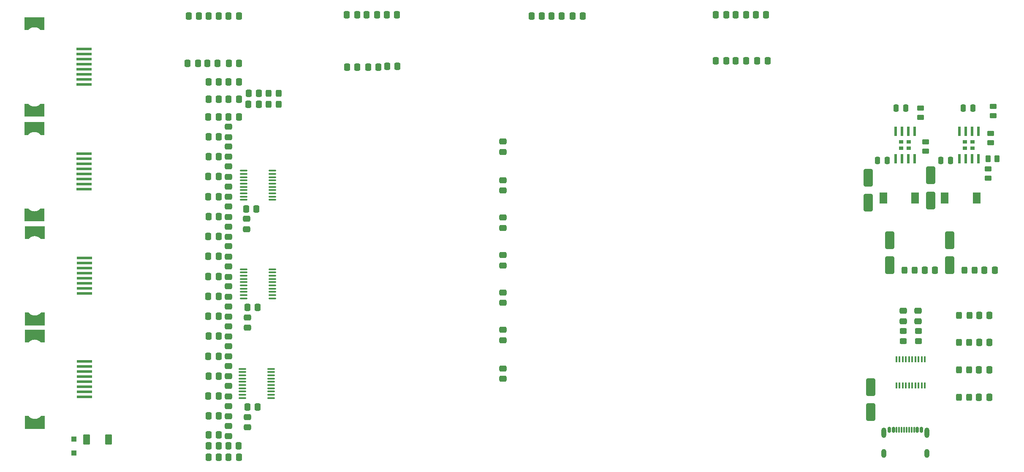
<source format=gbr>
%TF.GenerationSoftware,KiCad,Pcbnew,9.0.0*%
%TF.CreationDate,2025-03-17T17:50:44-07:00*%
%TF.ProjectId,MRIRobot_PCB,4d524952-6f62-46f7-945f-5043422e6b69,rev?*%
%TF.SameCoordinates,Original*%
%TF.FileFunction,Paste,Top*%
%TF.FilePolarity,Positive*%
%FSLAX46Y46*%
G04 Gerber Fmt 4.6, Leading zero omitted, Abs format (unit mm)*
G04 Created by KiCad (PCBNEW 9.0.0) date 2025-03-17 17:50:44*
%MOMM*%
%LPD*%
G01*
G04 APERTURE LIST*
G04 Aperture macros list*
%AMRoundRect*
0 Rectangle with rounded corners*
0 $1 Rounding radius*
0 $2 $3 $4 $5 $6 $7 $8 $9 X,Y pos of 4 corners*
0 Add a 4 corners polygon primitive as box body*
4,1,4,$2,$3,$4,$5,$6,$7,$8,$9,$2,$3,0*
0 Add four circle primitives for the rounded corners*
1,1,$1+$1,$2,$3*
1,1,$1+$1,$4,$5*
1,1,$1+$1,$6,$7*
1,1,$1+$1,$8,$9*
0 Add four rect primitives between the rounded corners*
20,1,$1+$1,$2,$3,$4,$5,0*
20,1,$1+$1,$4,$5,$6,$7,0*
20,1,$1+$1,$6,$7,$8,$9,0*
20,1,$1+$1,$8,$9,$2,$3,0*%
G04 Aperture macros list end*
%ADD10C,0.010000*%
%ADD11RoundRect,0.250000X0.325000X0.450000X-0.325000X0.450000X-0.325000X-0.450000X0.325000X-0.450000X0*%
%ADD12RoundRect,0.250000X-0.337500X-0.475000X0.337500X-0.475000X0.337500X0.475000X-0.337500X0.475000X0*%
%ADD13RoundRect,0.250000X0.475000X-0.337500X0.475000X0.337500X-0.475000X0.337500X-0.475000X-0.337500X0*%
%ADD14RoundRect,0.250000X-0.450000X0.262500X-0.450000X-0.262500X0.450000X-0.262500X0.450000X0.262500X0*%
%ADD15R,0.610000X1.910000*%
%ADD16R,0.930000X0.723000*%
%ADD17RoundRect,0.250000X0.450000X-0.262500X0.450000X0.262500X-0.450000X0.262500X-0.450000X-0.262500X0*%
%ADD18RoundRect,0.150000X-0.150000X-0.425000X0.150000X-0.425000X0.150000X0.425000X-0.150000X0.425000X0*%
%ADD19RoundRect,0.075000X-0.075000X-0.500000X0.075000X-0.500000X0.075000X0.500000X-0.075000X0.500000X0*%
%ADD20O,1.000000X2.100000*%
%ADD21O,1.000000X1.800000*%
%ADD22RoundRect,0.250000X0.337500X0.475000X-0.337500X0.475000X-0.337500X-0.475000X0.337500X-0.475000X0*%
%ADD23RoundRect,0.250000X-0.475000X0.337500X-0.475000X-0.337500X0.475000X-0.337500X0.475000X0.337500X0*%
%ADD24RoundRect,0.250000X-0.300000X0.300000X-0.300000X-0.300000X0.300000X-0.300000X0.300000X0.300000X0*%
%ADD25R,3.050000X0.610000*%
%ADD26RoundRect,0.100000X0.637500X0.100000X-0.637500X0.100000X-0.637500X-0.100000X0.637500X-0.100000X0*%
%ADD27RoundRect,0.250000X0.650000X-1.500000X0.650000X1.500000X-0.650000X1.500000X-0.650000X-1.500000X0*%
%ADD28RoundRect,0.250000X0.450000X-0.325000X0.450000X0.325000X-0.450000X0.325000X-0.450000X-0.325000X0*%
%ADD29RoundRect,0.250000X-0.650000X1.500000X-0.650000X-1.500000X0.650000X-1.500000X0.650000X1.500000X0*%
%ADD30RoundRect,0.250000X-0.262500X-0.450000X0.262500X-0.450000X0.262500X0.450000X-0.262500X0.450000X0*%
%ADD31R,1.500000X2.200000*%
%ADD32RoundRect,0.250000X-0.250000X-0.475000X0.250000X-0.475000X0.250000X0.475000X-0.250000X0.475000X0*%
%ADD33RoundRect,0.250000X0.250000X0.475000X-0.250000X0.475000X-0.250000X-0.475000X0.250000X-0.475000X0*%
%ADD34RoundRect,0.250000X-0.450000X-0.800000X0.450000X-0.800000X0.450000X0.800000X-0.450000X0.800000X0*%
%ADD35R,0.400000X1.200000*%
G04 APERTURE END LIST*
D10*
%TO.C,J33*%
X33775000Y-120690000D02*
X33090000Y-120690000D01*
X33059000Y-120654000D01*
X33026000Y-120618000D01*
X32993000Y-120584000D01*
X32958000Y-120550000D01*
X32923000Y-120518000D01*
X32886000Y-120486000D01*
X32849000Y-120456000D01*
X32811000Y-120427000D01*
X32772000Y-120399000D01*
X32732000Y-120372000D01*
X32692000Y-120346000D01*
X32651000Y-120321000D01*
X32609000Y-120298000D01*
X32566000Y-120276000D01*
X32523000Y-120255000D01*
X32479000Y-120235000D01*
X32435000Y-120217000D01*
X32390000Y-120200000D01*
X32344000Y-120184000D01*
X32298000Y-120169000D01*
X32252000Y-120156000D01*
X32206000Y-120145000D01*
X32159000Y-120134000D01*
X32112000Y-120125000D01*
X32064000Y-120117000D01*
X32017000Y-120111000D01*
X31969000Y-120106000D01*
X31921000Y-120103000D01*
X31873000Y-120101000D01*
X31825000Y-120100000D01*
X31777000Y-120101000D01*
X31729000Y-120103000D01*
X31681000Y-120106000D01*
X31633000Y-120111000D01*
X31586000Y-120117000D01*
X31538000Y-120125000D01*
X31491000Y-120134000D01*
X31444000Y-120145000D01*
X31398000Y-120156000D01*
X31352000Y-120169000D01*
X31306000Y-120184000D01*
X31260000Y-120200000D01*
X31215000Y-120217000D01*
X31171000Y-120235000D01*
X31127000Y-120255000D01*
X31084000Y-120276000D01*
X31041000Y-120298000D01*
X30999000Y-120321000D01*
X30958000Y-120346000D01*
X30918000Y-120372000D01*
X30878000Y-120399000D01*
X30839000Y-120427000D01*
X30801000Y-120456000D01*
X30764000Y-120486000D01*
X30727000Y-120518000D01*
X30692000Y-120550000D01*
X30657000Y-120584000D01*
X30624000Y-120618000D01*
X30591000Y-120654000D01*
X30560000Y-120690000D01*
X29875000Y-120690000D01*
X29875000Y-118190000D01*
X33775000Y-118190000D01*
X33775000Y-120690000D01*
G36*
X33775000Y-120690000D02*
G01*
X33090000Y-120690000D01*
X33059000Y-120654000D01*
X33026000Y-120618000D01*
X32993000Y-120584000D01*
X32958000Y-120550000D01*
X32923000Y-120518000D01*
X32886000Y-120486000D01*
X32849000Y-120456000D01*
X32811000Y-120427000D01*
X32772000Y-120399000D01*
X32732000Y-120372000D01*
X32692000Y-120346000D01*
X32651000Y-120321000D01*
X32609000Y-120298000D01*
X32566000Y-120276000D01*
X32523000Y-120255000D01*
X32479000Y-120235000D01*
X32435000Y-120217000D01*
X32390000Y-120200000D01*
X32344000Y-120184000D01*
X32298000Y-120169000D01*
X32252000Y-120156000D01*
X32206000Y-120145000D01*
X32159000Y-120134000D01*
X32112000Y-120125000D01*
X32064000Y-120117000D01*
X32017000Y-120111000D01*
X31969000Y-120106000D01*
X31921000Y-120103000D01*
X31873000Y-120101000D01*
X31825000Y-120100000D01*
X31777000Y-120101000D01*
X31729000Y-120103000D01*
X31681000Y-120106000D01*
X31633000Y-120111000D01*
X31586000Y-120117000D01*
X31538000Y-120125000D01*
X31491000Y-120134000D01*
X31444000Y-120145000D01*
X31398000Y-120156000D01*
X31352000Y-120169000D01*
X31306000Y-120184000D01*
X31260000Y-120200000D01*
X31215000Y-120217000D01*
X31171000Y-120235000D01*
X31127000Y-120255000D01*
X31084000Y-120276000D01*
X31041000Y-120298000D01*
X30999000Y-120321000D01*
X30958000Y-120346000D01*
X30918000Y-120372000D01*
X30878000Y-120399000D01*
X30839000Y-120427000D01*
X30801000Y-120456000D01*
X30764000Y-120486000D01*
X30727000Y-120518000D01*
X30692000Y-120550000D01*
X30657000Y-120584000D01*
X30624000Y-120618000D01*
X30591000Y-120654000D01*
X30560000Y-120690000D01*
X29875000Y-120690000D01*
X29875000Y-118190000D01*
X33775000Y-118190000D01*
X33775000Y-120690000D01*
G37*
X30591000Y-135546000D02*
X30624000Y-135582000D01*
X30657000Y-135616000D01*
X30692000Y-135650000D01*
X30727000Y-135682000D01*
X30764000Y-135714000D01*
X30801000Y-135744000D01*
X30839000Y-135773000D01*
X30878000Y-135801000D01*
X30918000Y-135828000D01*
X30958000Y-135854000D01*
X30999000Y-135879000D01*
X31041000Y-135902000D01*
X31084000Y-135924000D01*
X31127000Y-135945000D01*
X31171000Y-135965000D01*
X31215000Y-135983000D01*
X31260000Y-136000000D01*
X31306000Y-136016000D01*
X31352000Y-136031000D01*
X31398000Y-136044000D01*
X31444000Y-136055000D01*
X31491000Y-136066000D01*
X31538000Y-136075000D01*
X31586000Y-136083000D01*
X31633000Y-136089000D01*
X31681000Y-136094000D01*
X31729000Y-136097000D01*
X31777000Y-136099000D01*
X31825000Y-136100000D01*
X31873000Y-136099000D01*
X31921000Y-136097000D01*
X31969000Y-136094000D01*
X32017000Y-136089000D01*
X32064000Y-136083000D01*
X32112000Y-136075000D01*
X32159000Y-136066000D01*
X32206000Y-136055000D01*
X32252000Y-136044000D01*
X32298000Y-136031000D01*
X32344000Y-136016000D01*
X32390000Y-136000000D01*
X32435000Y-135983000D01*
X32479000Y-135965000D01*
X32523000Y-135945000D01*
X32566000Y-135924000D01*
X32609000Y-135902000D01*
X32651000Y-135879000D01*
X32692000Y-135854000D01*
X32732000Y-135828000D01*
X32772000Y-135801000D01*
X32811000Y-135773000D01*
X32849000Y-135744000D01*
X32886000Y-135714000D01*
X32923000Y-135682000D01*
X32958000Y-135650000D01*
X32993000Y-135616000D01*
X33026000Y-135582000D01*
X33059000Y-135546000D01*
X33090000Y-135510000D01*
X33775000Y-135510000D01*
X33775000Y-138010000D01*
X29875000Y-138010000D01*
X29875000Y-135510000D01*
X30560000Y-135510000D01*
X30591000Y-135546000D01*
G36*
X30591000Y-135546000D02*
G01*
X30624000Y-135582000D01*
X30657000Y-135616000D01*
X30692000Y-135650000D01*
X30727000Y-135682000D01*
X30764000Y-135714000D01*
X30801000Y-135744000D01*
X30839000Y-135773000D01*
X30878000Y-135801000D01*
X30918000Y-135828000D01*
X30958000Y-135854000D01*
X30999000Y-135879000D01*
X31041000Y-135902000D01*
X31084000Y-135924000D01*
X31127000Y-135945000D01*
X31171000Y-135965000D01*
X31215000Y-135983000D01*
X31260000Y-136000000D01*
X31306000Y-136016000D01*
X31352000Y-136031000D01*
X31398000Y-136044000D01*
X31444000Y-136055000D01*
X31491000Y-136066000D01*
X31538000Y-136075000D01*
X31586000Y-136083000D01*
X31633000Y-136089000D01*
X31681000Y-136094000D01*
X31729000Y-136097000D01*
X31777000Y-136099000D01*
X31825000Y-136100000D01*
X31873000Y-136099000D01*
X31921000Y-136097000D01*
X31969000Y-136094000D01*
X32017000Y-136089000D01*
X32064000Y-136083000D01*
X32112000Y-136075000D01*
X32159000Y-136066000D01*
X32206000Y-136055000D01*
X32252000Y-136044000D01*
X32298000Y-136031000D01*
X32344000Y-136016000D01*
X32390000Y-136000000D01*
X32435000Y-135983000D01*
X32479000Y-135965000D01*
X32523000Y-135945000D01*
X32566000Y-135924000D01*
X32609000Y-135902000D01*
X32651000Y-135879000D01*
X32692000Y-135854000D01*
X32732000Y-135828000D01*
X32772000Y-135801000D01*
X32811000Y-135773000D01*
X32849000Y-135744000D01*
X32886000Y-135714000D01*
X32923000Y-135682000D01*
X32958000Y-135650000D01*
X32993000Y-135616000D01*
X33026000Y-135582000D01*
X33059000Y-135546000D01*
X33090000Y-135510000D01*
X33775000Y-135510000D01*
X33775000Y-138010000D01*
X29875000Y-138010000D01*
X29875000Y-135510000D01*
X30560000Y-135510000D01*
X30591000Y-135546000D01*
G37*
%TO.C,J28*%
X33700000Y-99790000D02*
X33015000Y-99790000D01*
X32984000Y-99754000D01*
X32951000Y-99718000D01*
X32918000Y-99684000D01*
X32883000Y-99650000D01*
X32848000Y-99618000D01*
X32811000Y-99586000D01*
X32774000Y-99556000D01*
X32736000Y-99527000D01*
X32697000Y-99499000D01*
X32657000Y-99472000D01*
X32617000Y-99446000D01*
X32576000Y-99421000D01*
X32534000Y-99398000D01*
X32491000Y-99376000D01*
X32448000Y-99355000D01*
X32404000Y-99335000D01*
X32360000Y-99317000D01*
X32315000Y-99300000D01*
X32269000Y-99284000D01*
X32223000Y-99269000D01*
X32177000Y-99256000D01*
X32131000Y-99245000D01*
X32084000Y-99234000D01*
X32037000Y-99225000D01*
X31989000Y-99217000D01*
X31942000Y-99211000D01*
X31894000Y-99206000D01*
X31846000Y-99203000D01*
X31798000Y-99201000D01*
X31750000Y-99200000D01*
X31702000Y-99201000D01*
X31654000Y-99203000D01*
X31606000Y-99206000D01*
X31558000Y-99211000D01*
X31511000Y-99217000D01*
X31463000Y-99225000D01*
X31416000Y-99234000D01*
X31369000Y-99245000D01*
X31323000Y-99256000D01*
X31277000Y-99269000D01*
X31231000Y-99284000D01*
X31185000Y-99300000D01*
X31140000Y-99317000D01*
X31096000Y-99335000D01*
X31052000Y-99355000D01*
X31009000Y-99376000D01*
X30966000Y-99398000D01*
X30924000Y-99421000D01*
X30883000Y-99446000D01*
X30843000Y-99472000D01*
X30803000Y-99499000D01*
X30764000Y-99527000D01*
X30726000Y-99556000D01*
X30689000Y-99586000D01*
X30652000Y-99618000D01*
X30617000Y-99650000D01*
X30582000Y-99684000D01*
X30549000Y-99718000D01*
X30516000Y-99754000D01*
X30485000Y-99790000D01*
X29800000Y-99790000D01*
X29800000Y-97290000D01*
X33700000Y-97290000D01*
X33700000Y-99790000D01*
G36*
X33700000Y-99790000D02*
G01*
X33015000Y-99790000D01*
X32984000Y-99754000D01*
X32951000Y-99718000D01*
X32918000Y-99684000D01*
X32883000Y-99650000D01*
X32848000Y-99618000D01*
X32811000Y-99586000D01*
X32774000Y-99556000D01*
X32736000Y-99527000D01*
X32697000Y-99499000D01*
X32657000Y-99472000D01*
X32617000Y-99446000D01*
X32576000Y-99421000D01*
X32534000Y-99398000D01*
X32491000Y-99376000D01*
X32448000Y-99355000D01*
X32404000Y-99335000D01*
X32360000Y-99317000D01*
X32315000Y-99300000D01*
X32269000Y-99284000D01*
X32223000Y-99269000D01*
X32177000Y-99256000D01*
X32131000Y-99245000D01*
X32084000Y-99234000D01*
X32037000Y-99225000D01*
X31989000Y-99217000D01*
X31942000Y-99211000D01*
X31894000Y-99206000D01*
X31846000Y-99203000D01*
X31798000Y-99201000D01*
X31750000Y-99200000D01*
X31702000Y-99201000D01*
X31654000Y-99203000D01*
X31606000Y-99206000D01*
X31558000Y-99211000D01*
X31511000Y-99217000D01*
X31463000Y-99225000D01*
X31416000Y-99234000D01*
X31369000Y-99245000D01*
X31323000Y-99256000D01*
X31277000Y-99269000D01*
X31231000Y-99284000D01*
X31185000Y-99300000D01*
X31140000Y-99317000D01*
X31096000Y-99335000D01*
X31052000Y-99355000D01*
X31009000Y-99376000D01*
X30966000Y-99398000D01*
X30924000Y-99421000D01*
X30883000Y-99446000D01*
X30843000Y-99472000D01*
X30803000Y-99499000D01*
X30764000Y-99527000D01*
X30726000Y-99556000D01*
X30689000Y-99586000D01*
X30652000Y-99618000D01*
X30617000Y-99650000D01*
X30582000Y-99684000D01*
X30549000Y-99718000D01*
X30516000Y-99754000D01*
X30485000Y-99790000D01*
X29800000Y-99790000D01*
X29800000Y-97290000D01*
X33700000Y-97290000D01*
X33700000Y-99790000D01*
G37*
X30516000Y-114646000D02*
X30549000Y-114682000D01*
X30582000Y-114716000D01*
X30617000Y-114750000D01*
X30652000Y-114782000D01*
X30689000Y-114814000D01*
X30726000Y-114844000D01*
X30764000Y-114873000D01*
X30803000Y-114901000D01*
X30843000Y-114928000D01*
X30883000Y-114954000D01*
X30924000Y-114979000D01*
X30966000Y-115002000D01*
X31009000Y-115024000D01*
X31052000Y-115045000D01*
X31096000Y-115065000D01*
X31140000Y-115083000D01*
X31185000Y-115100000D01*
X31231000Y-115116000D01*
X31277000Y-115131000D01*
X31323000Y-115144000D01*
X31369000Y-115155000D01*
X31416000Y-115166000D01*
X31463000Y-115175000D01*
X31511000Y-115183000D01*
X31558000Y-115189000D01*
X31606000Y-115194000D01*
X31654000Y-115197000D01*
X31702000Y-115199000D01*
X31750000Y-115200000D01*
X31798000Y-115199000D01*
X31846000Y-115197000D01*
X31894000Y-115194000D01*
X31942000Y-115189000D01*
X31989000Y-115183000D01*
X32037000Y-115175000D01*
X32084000Y-115166000D01*
X32131000Y-115155000D01*
X32177000Y-115144000D01*
X32223000Y-115131000D01*
X32269000Y-115116000D01*
X32315000Y-115100000D01*
X32360000Y-115083000D01*
X32404000Y-115065000D01*
X32448000Y-115045000D01*
X32491000Y-115024000D01*
X32534000Y-115002000D01*
X32576000Y-114979000D01*
X32617000Y-114954000D01*
X32657000Y-114928000D01*
X32697000Y-114901000D01*
X32736000Y-114873000D01*
X32774000Y-114844000D01*
X32811000Y-114814000D01*
X32848000Y-114782000D01*
X32883000Y-114750000D01*
X32918000Y-114716000D01*
X32951000Y-114682000D01*
X32984000Y-114646000D01*
X33015000Y-114610000D01*
X33700000Y-114610000D01*
X33700000Y-117110000D01*
X29800000Y-117110000D01*
X29800000Y-114610000D01*
X30485000Y-114610000D01*
X30516000Y-114646000D01*
G36*
X30516000Y-114646000D02*
G01*
X30549000Y-114682000D01*
X30582000Y-114716000D01*
X30617000Y-114750000D01*
X30652000Y-114782000D01*
X30689000Y-114814000D01*
X30726000Y-114844000D01*
X30764000Y-114873000D01*
X30803000Y-114901000D01*
X30843000Y-114928000D01*
X30883000Y-114954000D01*
X30924000Y-114979000D01*
X30966000Y-115002000D01*
X31009000Y-115024000D01*
X31052000Y-115045000D01*
X31096000Y-115065000D01*
X31140000Y-115083000D01*
X31185000Y-115100000D01*
X31231000Y-115116000D01*
X31277000Y-115131000D01*
X31323000Y-115144000D01*
X31369000Y-115155000D01*
X31416000Y-115166000D01*
X31463000Y-115175000D01*
X31511000Y-115183000D01*
X31558000Y-115189000D01*
X31606000Y-115194000D01*
X31654000Y-115197000D01*
X31702000Y-115199000D01*
X31750000Y-115200000D01*
X31798000Y-115199000D01*
X31846000Y-115197000D01*
X31894000Y-115194000D01*
X31942000Y-115189000D01*
X31989000Y-115183000D01*
X32037000Y-115175000D01*
X32084000Y-115166000D01*
X32131000Y-115155000D01*
X32177000Y-115144000D01*
X32223000Y-115131000D01*
X32269000Y-115116000D01*
X32315000Y-115100000D01*
X32360000Y-115083000D01*
X32404000Y-115065000D01*
X32448000Y-115045000D01*
X32491000Y-115024000D01*
X32534000Y-115002000D01*
X32576000Y-114979000D01*
X32617000Y-114954000D01*
X32657000Y-114928000D01*
X32697000Y-114901000D01*
X32736000Y-114873000D01*
X32774000Y-114844000D01*
X32811000Y-114814000D01*
X32848000Y-114782000D01*
X32883000Y-114750000D01*
X32918000Y-114716000D01*
X32951000Y-114682000D01*
X32984000Y-114646000D01*
X33015000Y-114610000D01*
X33700000Y-114610000D01*
X33700000Y-117110000D01*
X29800000Y-117110000D01*
X29800000Y-114610000D01*
X30485000Y-114610000D01*
X30516000Y-114646000D01*
G37*
%TO.C,J32*%
X33700000Y-78790000D02*
X33015000Y-78790000D01*
X32984000Y-78754000D01*
X32951000Y-78718000D01*
X32918000Y-78684000D01*
X32883000Y-78650000D01*
X32848000Y-78618000D01*
X32811000Y-78586000D01*
X32774000Y-78556000D01*
X32736000Y-78527000D01*
X32697000Y-78499000D01*
X32657000Y-78472000D01*
X32617000Y-78446000D01*
X32576000Y-78421000D01*
X32534000Y-78398000D01*
X32491000Y-78376000D01*
X32448000Y-78355000D01*
X32404000Y-78335000D01*
X32360000Y-78317000D01*
X32315000Y-78300000D01*
X32269000Y-78284000D01*
X32223000Y-78269000D01*
X32177000Y-78256000D01*
X32131000Y-78245000D01*
X32084000Y-78234000D01*
X32037000Y-78225000D01*
X31989000Y-78217000D01*
X31942000Y-78211000D01*
X31894000Y-78206000D01*
X31846000Y-78203000D01*
X31798000Y-78201000D01*
X31750000Y-78200000D01*
X31702000Y-78201000D01*
X31654000Y-78203000D01*
X31606000Y-78206000D01*
X31558000Y-78211000D01*
X31511000Y-78217000D01*
X31463000Y-78225000D01*
X31416000Y-78234000D01*
X31369000Y-78245000D01*
X31323000Y-78256000D01*
X31277000Y-78269000D01*
X31231000Y-78284000D01*
X31185000Y-78300000D01*
X31140000Y-78317000D01*
X31096000Y-78335000D01*
X31052000Y-78355000D01*
X31009000Y-78376000D01*
X30966000Y-78398000D01*
X30924000Y-78421000D01*
X30883000Y-78446000D01*
X30843000Y-78472000D01*
X30803000Y-78499000D01*
X30764000Y-78527000D01*
X30726000Y-78556000D01*
X30689000Y-78586000D01*
X30652000Y-78618000D01*
X30617000Y-78650000D01*
X30582000Y-78684000D01*
X30549000Y-78718000D01*
X30516000Y-78754000D01*
X30485000Y-78790000D01*
X29800000Y-78790000D01*
X29800000Y-76290000D01*
X33700000Y-76290000D01*
X33700000Y-78790000D01*
G36*
X33700000Y-78790000D02*
G01*
X33015000Y-78790000D01*
X32984000Y-78754000D01*
X32951000Y-78718000D01*
X32918000Y-78684000D01*
X32883000Y-78650000D01*
X32848000Y-78618000D01*
X32811000Y-78586000D01*
X32774000Y-78556000D01*
X32736000Y-78527000D01*
X32697000Y-78499000D01*
X32657000Y-78472000D01*
X32617000Y-78446000D01*
X32576000Y-78421000D01*
X32534000Y-78398000D01*
X32491000Y-78376000D01*
X32448000Y-78355000D01*
X32404000Y-78335000D01*
X32360000Y-78317000D01*
X32315000Y-78300000D01*
X32269000Y-78284000D01*
X32223000Y-78269000D01*
X32177000Y-78256000D01*
X32131000Y-78245000D01*
X32084000Y-78234000D01*
X32037000Y-78225000D01*
X31989000Y-78217000D01*
X31942000Y-78211000D01*
X31894000Y-78206000D01*
X31846000Y-78203000D01*
X31798000Y-78201000D01*
X31750000Y-78200000D01*
X31702000Y-78201000D01*
X31654000Y-78203000D01*
X31606000Y-78206000D01*
X31558000Y-78211000D01*
X31511000Y-78217000D01*
X31463000Y-78225000D01*
X31416000Y-78234000D01*
X31369000Y-78245000D01*
X31323000Y-78256000D01*
X31277000Y-78269000D01*
X31231000Y-78284000D01*
X31185000Y-78300000D01*
X31140000Y-78317000D01*
X31096000Y-78335000D01*
X31052000Y-78355000D01*
X31009000Y-78376000D01*
X30966000Y-78398000D01*
X30924000Y-78421000D01*
X30883000Y-78446000D01*
X30843000Y-78472000D01*
X30803000Y-78499000D01*
X30764000Y-78527000D01*
X30726000Y-78556000D01*
X30689000Y-78586000D01*
X30652000Y-78618000D01*
X30617000Y-78650000D01*
X30582000Y-78684000D01*
X30549000Y-78718000D01*
X30516000Y-78754000D01*
X30485000Y-78790000D01*
X29800000Y-78790000D01*
X29800000Y-76290000D01*
X33700000Y-76290000D01*
X33700000Y-78790000D01*
G37*
X30516000Y-93646000D02*
X30549000Y-93682000D01*
X30582000Y-93716000D01*
X30617000Y-93750000D01*
X30652000Y-93782000D01*
X30689000Y-93814000D01*
X30726000Y-93844000D01*
X30764000Y-93873000D01*
X30803000Y-93901000D01*
X30843000Y-93928000D01*
X30883000Y-93954000D01*
X30924000Y-93979000D01*
X30966000Y-94002000D01*
X31009000Y-94024000D01*
X31052000Y-94045000D01*
X31096000Y-94065000D01*
X31140000Y-94083000D01*
X31185000Y-94100000D01*
X31231000Y-94116000D01*
X31277000Y-94131000D01*
X31323000Y-94144000D01*
X31369000Y-94155000D01*
X31416000Y-94166000D01*
X31463000Y-94175000D01*
X31511000Y-94183000D01*
X31558000Y-94189000D01*
X31606000Y-94194000D01*
X31654000Y-94197000D01*
X31702000Y-94199000D01*
X31750000Y-94200000D01*
X31798000Y-94199000D01*
X31846000Y-94197000D01*
X31894000Y-94194000D01*
X31942000Y-94189000D01*
X31989000Y-94183000D01*
X32037000Y-94175000D01*
X32084000Y-94166000D01*
X32131000Y-94155000D01*
X32177000Y-94144000D01*
X32223000Y-94131000D01*
X32269000Y-94116000D01*
X32315000Y-94100000D01*
X32360000Y-94083000D01*
X32404000Y-94065000D01*
X32448000Y-94045000D01*
X32491000Y-94024000D01*
X32534000Y-94002000D01*
X32576000Y-93979000D01*
X32617000Y-93954000D01*
X32657000Y-93928000D01*
X32697000Y-93901000D01*
X32736000Y-93873000D01*
X32774000Y-93844000D01*
X32811000Y-93814000D01*
X32848000Y-93782000D01*
X32883000Y-93750000D01*
X32918000Y-93716000D01*
X32951000Y-93682000D01*
X32984000Y-93646000D01*
X33015000Y-93610000D01*
X33700000Y-93610000D01*
X33700000Y-96110000D01*
X29800000Y-96110000D01*
X29800000Y-93610000D01*
X30485000Y-93610000D01*
X30516000Y-93646000D01*
G36*
X30516000Y-93646000D02*
G01*
X30549000Y-93682000D01*
X30582000Y-93716000D01*
X30617000Y-93750000D01*
X30652000Y-93782000D01*
X30689000Y-93814000D01*
X30726000Y-93844000D01*
X30764000Y-93873000D01*
X30803000Y-93901000D01*
X30843000Y-93928000D01*
X30883000Y-93954000D01*
X30924000Y-93979000D01*
X30966000Y-94002000D01*
X31009000Y-94024000D01*
X31052000Y-94045000D01*
X31096000Y-94065000D01*
X31140000Y-94083000D01*
X31185000Y-94100000D01*
X31231000Y-94116000D01*
X31277000Y-94131000D01*
X31323000Y-94144000D01*
X31369000Y-94155000D01*
X31416000Y-94166000D01*
X31463000Y-94175000D01*
X31511000Y-94183000D01*
X31558000Y-94189000D01*
X31606000Y-94194000D01*
X31654000Y-94197000D01*
X31702000Y-94199000D01*
X31750000Y-94200000D01*
X31798000Y-94199000D01*
X31846000Y-94197000D01*
X31894000Y-94194000D01*
X31942000Y-94189000D01*
X31989000Y-94183000D01*
X32037000Y-94175000D01*
X32084000Y-94166000D01*
X32131000Y-94155000D01*
X32177000Y-94144000D01*
X32223000Y-94131000D01*
X32269000Y-94116000D01*
X32315000Y-94100000D01*
X32360000Y-94083000D01*
X32404000Y-94065000D01*
X32448000Y-94045000D01*
X32491000Y-94024000D01*
X32534000Y-94002000D01*
X32576000Y-93979000D01*
X32617000Y-93954000D01*
X32657000Y-93928000D01*
X32697000Y-93901000D01*
X32736000Y-93873000D01*
X32774000Y-93844000D01*
X32811000Y-93814000D01*
X32848000Y-93782000D01*
X32883000Y-93750000D01*
X32918000Y-93716000D01*
X32951000Y-93682000D01*
X32984000Y-93646000D01*
X33015000Y-93610000D01*
X33700000Y-93610000D01*
X33700000Y-96110000D01*
X29800000Y-96110000D01*
X29800000Y-93610000D01*
X30485000Y-93610000D01*
X30516000Y-93646000D01*
G37*
%TO.C,J34*%
X33775000Y-141440000D02*
X33090000Y-141440000D01*
X33059000Y-141404000D01*
X33026000Y-141368000D01*
X32993000Y-141334000D01*
X32958000Y-141300000D01*
X32923000Y-141268000D01*
X32886000Y-141236000D01*
X32849000Y-141206000D01*
X32811000Y-141177000D01*
X32772000Y-141149000D01*
X32732000Y-141122000D01*
X32692000Y-141096000D01*
X32651000Y-141071000D01*
X32609000Y-141048000D01*
X32566000Y-141026000D01*
X32523000Y-141005000D01*
X32479000Y-140985000D01*
X32435000Y-140967000D01*
X32390000Y-140950000D01*
X32344000Y-140934000D01*
X32298000Y-140919000D01*
X32252000Y-140906000D01*
X32206000Y-140895000D01*
X32159000Y-140884000D01*
X32112000Y-140875000D01*
X32064000Y-140867000D01*
X32017000Y-140861000D01*
X31969000Y-140856000D01*
X31921000Y-140853000D01*
X31873000Y-140851000D01*
X31825000Y-140850000D01*
X31777000Y-140851000D01*
X31729000Y-140853000D01*
X31681000Y-140856000D01*
X31633000Y-140861000D01*
X31586000Y-140867000D01*
X31538000Y-140875000D01*
X31491000Y-140884000D01*
X31444000Y-140895000D01*
X31398000Y-140906000D01*
X31352000Y-140919000D01*
X31306000Y-140934000D01*
X31260000Y-140950000D01*
X31215000Y-140967000D01*
X31171000Y-140985000D01*
X31127000Y-141005000D01*
X31084000Y-141026000D01*
X31041000Y-141048000D01*
X30999000Y-141071000D01*
X30958000Y-141096000D01*
X30918000Y-141122000D01*
X30878000Y-141149000D01*
X30839000Y-141177000D01*
X30801000Y-141206000D01*
X30764000Y-141236000D01*
X30727000Y-141268000D01*
X30692000Y-141300000D01*
X30657000Y-141334000D01*
X30624000Y-141368000D01*
X30591000Y-141404000D01*
X30560000Y-141440000D01*
X29875000Y-141440000D01*
X29875000Y-138940000D01*
X33775000Y-138940000D01*
X33775000Y-141440000D01*
G36*
X33775000Y-141440000D02*
G01*
X33090000Y-141440000D01*
X33059000Y-141404000D01*
X33026000Y-141368000D01*
X32993000Y-141334000D01*
X32958000Y-141300000D01*
X32923000Y-141268000D01*
X32886000Y-141236000D01*
X32849000Y-141206000D01*
X32811000Y-141177000D01*
X32772000Y-141149000D01*
X32732000Y-141122000D01*
X32692000Y-141096000D01*
X32651000Y-141071000D01*
X32609000Y-141048000D01*
X32566000Y-141026000D01*
X32523000Y-141005000D01*
X32479000Y-140985000D01*
X32435000Y-140967000D01*
X32390000Y-140950000D01*
X32344000Y-140934000D01*
X32298000Y-140919000D01*
X32252000Y-140906000D01*
X32206000Y-140895000D01*
X32159000Y-140884000D01*
X32112000Y-140875000D01*
X32064000Y-140867000D01*
X32017000Y-140861000D01*
X31969000Y-140856000D01*
X31921000Y-140853000D01*
X31873000Y-140851000D01*
X31825000Y-140850000D01*
X31777000Y-140851000D01*
X31729000Y-140853000D01*
X31681000Y-140856000D01*
X31633000Y-140861000D01*
X31586000Y-140867000D01*
X31538000Y-140875000D01*
X31491000Y-140884000D01*
X31444000Y-140895000D01*
X31398000Y-140906000D01*
X31352000Y-140919000D01*
X31306000Y-140934000D01*
X31260000Y-140950000D01*
X31215000Y-140967000D01*
X31171000Y-140985000D01*
X31127000Y-141005000D01*
X31084000Y-141026000D01*
X31041000Y-141048000D01*
X30999000Y-141071000D01*
X30958000Y-141096000D01*
X30918000Y-141122000D01*
X30878000Y-141149000D01*
X30839000Y-141177000D01*
X30801000Y-141206000D01*
X30764000Y-141236000D01*
X30727000Y-141268000D01*
X30692000Y-141300000D01*
X30657000Y-141334000D01*
X30624000Y-141368000D01*
X30591000Y-141404000D01*
X30560000Y-141440000D01*
X29875000Y-141440000D01*
X29875000Y-138940000D01*
X33775000Y-138940000D01*
X33775000Y-141440000D01*
G37*
X30591000Y-156296000D02*
X30624000Y-156332000D01*
X30657000Y-156366000D01*
X30692000Y-156400000D01*
X30727000Y-156432000D01*
X30764000Y-156464000D01*
X30801000Y-156494000D01*
X30839000Y-156523000D01*
X30878000Y-156551000D01*
X30918000Y-156578000D01*
X30958000Y-156604000D01*
X30999000Y-156629000D01*
X31041000Y-156652000D01*
X31084000Y-156674000D01*
X31127000Y-156695000D01*
X31171000Y-156715000D01*
X31215000Y-156733000D01*
X31260000Y-156750000D01*
X31306000Y-156766000D01*
X31352000Y-156781000D01*
X31398000Y-156794000D01*
X31444000Y-156805000D01*
X31491000Y-156816000D01*
X31538000Y-156825000D01*
X31586000Y-156833000D01*
X31633000Y-156839000D01*
X31681000Y-156844000D01*
X31729000Y-156847000D01*
X31777000Y-156849000D01*
X31825000Y-156850000D01*
X31873000Y-156849000D01*
X31921000Y-156847000D01*
X31969000Y-156844000D01*
X32017000Y-156839000D01*
X32064000Y-156833000D01*
X32112000Y-156825000D01*
X32159000Y-156816000D01*
X32206000Y-156805000D01*
X32252000Y-156794000D01*
X32298000Y-156781000D01*
X32344000Y-156766000D01*
X32390000Y-156750000D01*
X32435000Y-156733000D01*
X32479000Y-156715000D01*
X32523000Y-156695000D01*
X32566000Y-156674000D01*
X32609000Y-156652000D01*
X32651000Y-156629000D01*
X32692000Y-156604000D01*
X32732000Y-156578000D01*
X32772000Y-156551000D01*
X32811000Y-156523000D01*
X32849000Y-156494000D01*
X32886000Y-156464000D01*
X32923000Y-156432000D01*
X32958000Y-156400000D01*
X32993000Y-156366000D01*
X33026000Y-156332000D01*
X33059000Y-156296000D01*
X33090000Y-156260000D01*
X33775000Y-156260000D01*
X33775000Y-158760000D01*
X29875000Y-158760000D01*
X29875000Y-156260000D01*
X30560000Y-156260000D01*
X30591000Y-156296000D01*
G36*
X30591000Y-156296000D02*
G01*
X30624000Y-156332000D01*
X30657000Y-156366000D01*
X30692000Y-156400000D01*
X30727000Y-156432000D01*
X30764000Y-156464000D01*
X30801000Y-156494000D01*
X30839000Y-156523000D01*
X30878000Y-156551000D01*
X30918000Y-156578000D01*
X30958000Y-156604000D01*
X30999000Y-156629000D01*
X31041000Y-156652000D01*
X31084000Y-156674000D01*
X31127000Y-156695000D01*
X31171000Y-156715000D01*
X31215000Y-156733000D01*
X31260000Y-156750000D01*
X31306000Y-156766000D01*
X31352000Y-156781000D01*
X31398000Y-156794000D01*
X31444000Y-156805000D01*
X31491000Y-156816000D01*
X31538000Y-156825000D01*
X31586000Y-156833000D01*
X31633000Y-156839000D01*
X31681000Y-156844000D01*
X31729000Y-156847000D01*
X31777000Y-156849000D01*
X31825000Y-156850000D01*
X31873000Y-156849000D01*
X31921000Y-156847000D01*
X31969000Y-156844000D01*
X32017000Y-156839000D01*
X32064000Y-156833000D01*
X32112000Y-156825000D01*
X32159000Y-156816000D01*
X32206000Y-156805000D01*
X32252000Y-156794000D01*
X32298000Y-156781000D01*
X32344000Y-156766000D01*
X32390000Y-156750000D01*
X32435000Y-156733000D01*
X32479000Y-156715000D01*
X32523000Y-156695000D01*
X32566000Y-156674000D01*
X32609000Y-156652000D01*
X32651000Y-156629000D01*
X32692000Y-156604000D01*
X32732000Y-156578000D01*
X32772000Y-156551000D01*
X32811000Y-156523000D01*
X32849000Y-156494000D01*
X32886000Y-156464000D01*
X32923000Y-156432000D01*
X32958000Y-156400000D01*
X32993000Y-156366000D01*
X33026000Y-156332000D01*
X33059000Y-156296000D01*
X33090000Y-156260000D01*
X33775000Y-156260000D01*
X33775000Y-158760000D01*
X29875000Y-158760000D01*
X29875000Y-156260000D01*
X30560000Y-156260000D01*
X30591000Y-156296000D01*
G37*
%TD*%
D11*
%TO.C,D113*%
X78725000Y-93750000D03*
X80775000Y-93750000D03*
%TD*%
D12*
%TO.C,R87*%
X74712500Y-93750000D03*
X76787500Y-93750000D03*
%TD*%
%TO.C,R86*%
X74762500Y-91500000D03*
X76837500Y-91500000D03*
%TD*%
D11*
%TO.C,D112*%
X80800000Y-91500000D03*
X78750000Y-91500000D03*
%TD*%
D13*
%TO.C,R53*%
X125750000Y-141037500D03*
X125750000Y-138962500D03*
%TD*%
%TO.C,C32*%
X70750000Y-128325000D03*
X70750000Y-126250000D03*
%TD*%
D12*
%TO.C,C25*%
X70675000Y-162250000D03*
X72750000Y-162250000D03*
%TD*%
D14*
%TO.C,R58*%
X224000000Y-94175000D03*
X224000000Y-96000000D03*
%TD*%
D12*
%TO.C,C22*%
X70750000Y-89250000D03*
X72825000Y-89250000D03*
%TD*%
D15*
%TO.C,U4*%
X204460000Y-104677500D03*
X205730000Y-104677500D03*
X207000000Y-104677500D03*
X208270000Y-104677500D03*
X208270000Y-99117500D03*
X207000000Y-99117500D03*
X205730000Y-99117500D03*
X204460000Y-99117500D03*
D16*
X205590000Y-102500000D03*
X207140000Y-102500000D03*
X205590000Y-101295000D03*
X207140000Y-101295000D03*
%TD*%
D17*
%TO.C,R63*%
X223000000Y-108530000D03*
X223000000Y-106705000D03*
%TD*%
D12*
%TO.C,R8*%
X66675000Y-96250000D03*
X68750000Y-96250000D03*
%TD*%
%TO.C,R73*%
X102425000Y-75750000D03*
X104500000Y-75750000D03*
%TD*%
D18*
%TO.C,J4*%
X203222500Y-158995000D03*
X204022500Y-158995000D03*
D19*
X205172500Y-158995000D03*
X206172500Y-158995000D03*
X206672500Y-158995000D03*
X207672500Y-158995000D03*
D18*
X208822500Y-158995000D03*
X209622500Y-158995000D03*
X209622500Y-158995000D03*
X208822500Y-158995000D03*
D19*
X208172500Y-158995000D03*
X207172500Y-158995000D03*
X205672500Y-158995000D03*
X204672500Y-158995000D03*
D18*
X204022500Y-158995000D03*
X203222500Y-158995000D03*
D20*
X202102500Y-159570000D03*
D21*
X202102500Y-163750000D03*
D20*
X210742500Y-159570000D03*
D21*
X210742500Y-163750000D03*
%TD*%
D13*
%TO.C,R3*%
X74537500Y-158512500D03*
X74537500Y-156437500D03*
%TD*%
D11*
%TO.C,D7*%
X220317621Y-127000000D03*
X218267621Y-127000000D03*
%TD*%
D12*
%TO.C,R69*%
X222292621Y-127040000D03*
X224367621Y-127040000D03*
%TD*%
D22*
%TO.C,R76*%
X68547500Y-85500000D03*
X66472500Y-85500000D03*
%TD*%
D12*
%TO.C,R12*%
X66712500Y-162250000D03*
X68787500Y-162250000D03*
%TD*%
%TO.C,R27*%
X66712500Y-156250000D03*
X68787500Y-156250000D03*
%TD*%
%TO.C,R31*%
X66712500Y-164500000D03*
X68787500Y-164500000D03*
%TD*%
%TO.C,C17*%
X74250000Y-114725000D03*
X76325000Y-114725000D03*
%TD*%
D22*
%TO.C,C7*%
X170500000Y-75750000D03*
X168425000Y-75750000D03*
%TD*%
D12*
%TO.C,R55*%
X176712500Y-85000000D03*
X178787500Y-85000000D03*
%TD*%
D23*
%TO.C,R5*%
X209007500Y-135175000D03*
X209007500Y-137250000D03*
%TD*%
D22*
%TO.C,C14*%
X96500000Y-75750000D03*
X94425000Y-75750000D03*
%TD*%
D12*
%TO.C,R61*%
X176425000Y-75750000D03*
X178500000Y-75750000D03*
%TD*%
%TO.C,R20*%
X66675000Y-112250000D03*
X68750000Y-112250000D03*
%TD*%
D13*
%TO.C,R47*%
X125750000Y-103287500D03*
X125750000Y-101212500D03*
%TD*%
D24*
%TO.C,D110*%
X39750000Y-160850000D03*
X39750000Y-163650000D03*
%TD*%
D12*
%TO.C,C19*%
X74500000Y-154475000D03*
X76575000Y-154475000D03*
%TD*%
D15*
%TO.C,U5*%
X217230000Y-104677500D03*
X218500000Y-104677500D03*
X219770000Y-104677500D03*
X221040000Y-104677500D03*
X221040000Y-99117500D03*
X219770000Y-99117500D03*
X218500000Y-99117500D03*
X217230000Y-99117500D03*
D16*
X218360000Y-102500000D03*
X219910000Y-102500000D03*
X218360000Y-101295000D03*
X219910000Y-101295000D03*
%TD*%
D25*
%TO.C,J33*%
X41805000Y-131670000D03*
X41805000Y-130650000D03*
X41805000Y-129630000D03*
X41805000Y-128610000D03*
X41805000Y-127590000D03*
X41805000Y-126570000D03*
X41805000Y-125550000D03*
X41805000Y-124530000D03*
%TD*%
D22*
%TO.C,R60*%
X174500000Y-75750000D03*
X172425000Y-75750000D03*
%TD*%
D12*
%TO.C,R23*%
X66675000Y-128250000D03*
X68750000Y-128250000D03*
%TD*%
D13*
%TO.C,C33*%
X70750000Y-132325000D03*
X70750000Y-130250000D03*
%TD*%
D12*
%TO.C,R68*%
X210292621Y-127000000D03*
X212367621Y-127000000D03*
%TD*%
D25*
%TO.C,J28*%
X41730000Y-110770000D03*
X41730000Y-109750000D03*
X41730000Y-108730000D03*
X41730000Y-107710000D03*
X41730000Y-106690000D03*
X41730000Y-105670000D03*
X41730000Y-104650000D03*
X41730000Y-103630000D03*
%TD*%
D26*
%TO.C,U8*%
X79225000Y-152650000D03*
X79225000Y-152000000D03*
X79225000Y-151350000D03*
X79225000Y-150700000D03*
X79225000Y-150050000D03*
X79225000Y-149400000D03*
X79225000Y-148750000D03*
X79225000Y-148100000D03*
X79225000Y-147450000D03*
X79225000Y-146800000D03*
X73500000Y-146800000D03*
X73500000Y-147450000D03*
X73500000Y-148100000D03*
X73500000Y-148750000D03*
X73500000Y-149400000D03*
X73500000Y-150050000D03*
X73500000Y-150700000D03*
X73500000Y-151350000D03*
X73500000Y-152000000D03*
X73500000Y-152650000D03*
%TD*%
D27*
%TO.C,D4*%
X203317621Y-126000000D03*
X203317621Y-121000000D03*
%TD*%
D13*
%TO.C,C36*%
X70750000Y-156325000D03*
X70750000Y-154250000D03*
%TD*%
D25*
%TO.C,J32*%
X41730000Y-89770000D03*
X41730000Y-88750000D03*
X41730000Y-87730000D03*
X41730000Y-86710000D03*
X41730000Y-85690000D03*
X41730000Y-84670000D03*
X41730000Y-83650000D03*
X41730000Y-82630000D03*
%TD*%
D28*
%TO.C,D14*%
X209047500Y-141250000D03*
X209047500Y-139200000D03*
%TD*%
D29*
%TO.C,D1*%
X199500000Y-150500000D03*
X199500000Y-155500000D03*
%TD*%
D12*
%TO.C,R26*%
X66675000Y-144250000D03*
X68750000Y-144250000D03*
%TD*%
D22*
%TO.C,R66*%
X100787500Y-86250000D03*
X98712500Y-86250000D03*
%TD*%
%TO.C,C12*%
X133537500Y-76000000D03*
X131462500Y-76000000D03*
%TD*%
D14*
%TO.C,R56*%
X209500000Y-94500000D03*
X209500000Y-96325000D03*
%TD*%
D30*
%TO.C,R62*%
X223000000Y-104617500D03*
X224825000Y-104617500D03*
%TD*%
D13*
%TO.C,C34*%
X70750000Y-124287500D03*
X70750000Y-122212500D03*
%TD*%
D12*
%TO.C,R28*%
X66712500Y-160000000D03*
X68787500Y-160000000D03*
%TD*%
D27*
%TO.C,D5*%
X215317621Y-126000000D03*
X215317621Y-121000000D03*
%TD*%
D14*
%TO.C,R57*%
X210500000Y-101292500D03*
X210500000Y-103117500D03*
%TD*%
D11*
%TO.C,D9*%
X219250000Y-147000000D03*
X217200000Y-147000000D03*
%TD*%
D12*
%TO.C,R17*%
X66712500Y-100250000D03*
X68787500Y-100250000D03*
%TD*%
D13*
%TO.C,C29*%
X70750000Y-116325000D03*
X70750000Y-114250000D03*
%TD*%
%TO.C,C31*%
X70750000Y-112287500D03*
X70750000Y-110212500D03*
%TD*%
D12*
%TO.C,R74*%
X221212500Y-136110661D03*
X223287500Y-136110661D03*
%TD*%
%TO.C,R19*%
X66675000Y-120250000D03*
X68750000Y-120250000D03*
%TD*%
D22*
%TO.C,R77*%
X72862500Y-85500000D03*
X70787500Y-85500000D03*
%TD*%
%TO.C,C16*%
X64787500Y-76000000D03*
X62712500Y-76000000D03*
%TD*%
D11*
%TO.C,D11*%
X219250000Y-152500000D03*
X217200000Y-152500000D03*
%TD*%
D12*
%TO.C,R70*%
X221212500Y-141500000D03*
X223287500Y-141500000D03*
%TD*%
D22*
%TO.C,R64*%
X137537500Y-76000000D03*
X135462500Y-76000000D03*
%TD*%
%TO.C,R78*%
X68787500Y-76000000D03*
X66712500Y-76000000D03*
%TD*%
D12*
%TO.C,R7*%
X66712500Y-92750000D03*
X68787500Y-92750000D03*
%TD*%
D31*
%TO.C,L1*%
X202000000Y-112500000D03*
X208400000Y-112500000D03*
%TD*%
D32*
%TO.C,C5*%
X218050000Y-94500000D03*
X219950000Y-94500000D03*
%TD*%
D13*
%TO.C,R52*%
X125750000Y-126037500D03*
X125750000Y-123962500D03*
%TD*%
D26*
%TO.C,U6*%
X79475000Y-112900000D03*
X79475000Y-112250000D03*
X79475000Y-111600000D03*
X79475000Y-110950000D03*
X79475000Y-110300000D03*
X79475000Y-109650000D03*
X79475000Y-109000000D03*
X79475000Y-108350000D03*
X79475000Y-107700000D03*
X79475000Y-107050000D03*
X73750000Y-107050000D03*
X73750000Y-107700000D03*
X73750000Y-108350000D03*
X73750000Y-109000000D03*
X73750000Y-109650000D03*
X73750000Y-110300000D03*
X73750000Y-110950000D03*
X73750000Y-111600000D03*
X73750000Y-112250000D03*
X73750000Y-112900000D03*
%TD*%
D13*
%TO.C,C26*%
X70750000Y-104250000D03*
X70750000Y-102175000D03*
%TD*%
D12*
%TO.C,R24*%
X66675000Y-132250000D03*
X68750000Y-132250000D03*
%TD*%
D13*
%TO.C,R1*%
X74325000Y-118762500D03*
X74325000Y-116687500D03*
%TD*%
%TO.C,C23*%
X70750000Y-140325000D03*
X70750000Y-138250000D03*
%TD*%
D33*
%TO.C,C9*%
X215450000Y-105000000D03*
X213550000Y-105000000D03*
%TD*%
D27*
%TO.C,D2*%
X199000000Y-113500000D03*
X199000000Y-108500000D03*
%TD*%
D13*
%TO.C,R2*%
X74537500Y-138537500D03*
X74537500Y-136462500D03*
%TD*%
D23*
%TO.C,R4*%
X205992500Y-135175000D03*
X205992500Y-137250000D03*
%TD*%
D13*
%TO.C,C39*%
X70750000Y-148287500D03*
X70750000Y-146212500D03*
%TD*%
D26*
%TO.C,U7*%
X79475000Y-132650000D03*
X79475000Y-132000000D03*
X79475000Y-131350000D03*
X79475000Y-130700000D03*
X79475000Y-130050000D03*
X79475000Y-129400000D03*
X79475000Y-128750000D03*
X79475000Y-128100000D03*
X79475000Y-127450000D03*
X79475000Y-126800000D03*
X73750000Y-126800000D03*
X73750000Y-127450000D03*
X73750000Y-128100000D03*
X73750000Y-128750000D03*
X73750000Y-129400000D03*
X73750000Y-130050000D03*
X73750000Y-130700000D03*
X73750000Y-131350000D03*
X73750000Y-132000000D03*
X73750000Y-132650000D03*
%TD*%
D22*
%TO.C,C6*%
X170500000Y-85000000D03*
X168425000Y-85000000D03*
%TD*%
D12*
%TO.C,R29*%
X66675000Y-136250000D03*
X68750000Y-136250000D03*
%TD*%
%TO.C,R75*%
X221187500Y-152460000D03*
X223262500Y-152460000D03*
%TD*%
%TO.C,R79*%
X70712500Y-76000000D03*
X72787500Y-76000000D03*
%TD*%
D27*
%TO.C,D3*%
X211500000Y-113000000D03*
X211500000Y-108000000D03*
%TD*%
D13*
%TO.C,C38*%
X70750000Y-136325000D03*
X70750000Y-134250000D03*
%TD*%
D33*
%TO.C,C8*%
X202750000Y-105000000D03*
X200850000Y-105000000D03*
%TD*%
D12*
%TO.C,R30*%
X66712500Y-148250000D03*
X68787500Y-148250000D03*
%TD*%
D11*
%TO.C,D6*%
X208317621Y-127000000D03*
X206267621Y-127000000D03*
%TD*%
D12*
%TO.C,R18*%
X66712500Y-116250000D03*
X68787500Y-116250000D03*
%TD*%
D13*
%TO.C,C28*%
X70750000Y-100325000D03*
X70750000Y-98250000D03*
%TD*%
D22*
%TO.C,C13*%
X96537500Y-86250000D03*
X94462500Y-86250000D03*
%TD*%
D13*
%TO.C,R49*%
X125750000Y-133537500D03*
X125750000Y-131462500D03*
%TD*%
D12*
%TO.C,R10*%
X66712500Y-140250000D03*
X68787500Y-140250000D03*
%TD*%
%TO.C,R15*%
X66712500Y-104250000D03*
X68787500Y-104250000D03*
%TD*%
D11*
%TO.C,D10*%
X219275000Y-136110661D03*
X217225000Y-136110661D03*
%TD*%
D13*
%TO.C,C24*%
X70750000Y-152325000D03*
X70750000Y-150250000D03*
%TD*%
D31*
%TO.C,L2*%
X214300000Y-112500000D03*
X220700000Y-112500000D03*
%TD*%
D13*
%TO.C,C30*%
X70750000Y-120325000D03*
X70750000Y-118250000D03*
%TD*%
%TO.C,R48*%
X125750000Y-118537500D03*
X125750000Y-116462500D03*
%TD*%
D12*
%TO.C,C20*%
X70750000Y-92750000D03*
X72825000Y-92750000D03*
%TD*%
%TO.C,R25*%
X66675000Y-124250000D03*
X68750000Y-124250000D03*
%TD*%
D28*
%TO.C,D13*%
X206007500Y-141250000D03*
X206007500Y-139200000D03*
%TD*%
D34*
%TO.C,D111*%
X42300000Y-161000000D03*
X46700000Y-161000000D03*
%TD*%
D12*
%TO.C,R65*%
X139712500Y-76000000D03*
X141787500Y-76000000D03*
%TD*%
D25*
%TO.C,J34*%
X41805000Y-152420000D03*
X41805000Y-151400000D03*
X41805000Y-150380000D03*
X41805000Y-149360000D03*
X41805000Y-148340000D03*
X41805000Y-147320000D03*
X41805000Y-146300000D03*
X41805000Y-145280000D03*
%TD*%
D11*
%TO.C,D8*%
X219250000Y-141500000D03*
X217200000Y-141500000D03*
%TD*%
D12*
%TO.C,C18*%
X74500000Y-134500000D03*
X76575000Y-134500000D03*
%TD*%
D22*
%TO.C,C15*%
X64585000Y-85500000D03*
X62510000Y-85500000D03*
%TD*%
D12*
%TO.C,C40*%
X70712500Y-164500000D03*
X72787500Y-164500000D03*
%TD*%
D35*
%TO.C,U2*%
X210347500Y-144887500D03*
X209712500Y-144887500D03*
X209077500Y-144887500D03*
X208442500Y-144887500D03*
X207807500Y-144887500D03*
X207172500Y-144887500D03*
X206537500Y-144887500D03*
X205902500Y-144887500D03*
X205267500Y-144887500D03*
X204632500Y-144887500D03*
X204632500Y-150087500D03*
X205267500Y-150087500D03*
X205902500Y-150087500D03*
X206537500Y-150087500D03*
X207172500Y-150087500D03*
X207807500Y-150087500D03*
X208442500Y-150087500D03*
X209077500Y-150087500D03*
X209712500Y-150087500D03*
X210347500Y-150087500D03*
%TD*%
D22*
%TO.C,R72*%
X100500000Y-75750000D03*
X98425000Y-75750000D03*
%TD*%
D13*
%TO.C,R51*%
X125750000Y-111037500D03*
X125750000Y-108962500D03*
%TD*%
%TO.C,R50*%
X125750000Y-148787500D03*
X125750000Y-146712500D03*
%TD*%
%TO.C,C37*%
X70750000Y-160287500D03*
X70750000Y-158212500D03*
%TD*%
D12*
%TO.C,C21*%
X70712500Y-96250000D03*
X72787500Y-96250000D03*
%TD*%
D22*
%TO.C,R54*%
X174500000Y-85000000D03*
X172425000Y-85000000D03*
%TD*%
D12*
%TO.C,R67*%
X102525000Y-86150000D03*
X104600000Y-86150000D03*
%TD*%
%TO.C,R9*%
X66712500Y-89250000D03*
X68787500Y-89250000D03*
%TD*%
%TO.C,R11*%
X66675000Y-152250000D03*
X68750000Y-152250000D03*
%TD*%
D32*
%TO.C,C4*%
X204600000Y-94500000D03*
X206500000Y-94500000D03*
%TD*%
D12*
%TO.C,R16*%
X66675000Y-108250000D03*
X68750000Y-108250000D03*
%TD*%
D14*
%TO.C,R59*%
X223500000Y-99617500D03*
X223500000Y-101442500D03*
%TD*%
D13*
%TO.C,C35*%
X70750000Y-144287500D03*
X70750000Y-142212500D03*
%TD*%
D12*
%TO.C,R71*%
X221187500Y-147000000D03*
X223262500Y-147000000D03*
%TD*%
D13*
%TO.C,C27*%
X70750000Y-108287500D03*
X70750000Y-106212500D03*
%TD*%
M02*

</source>
